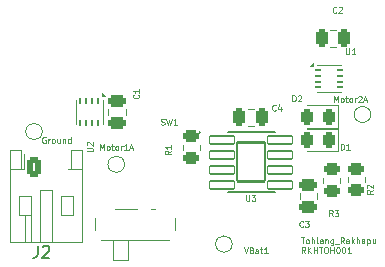
<source format=gbr>
%TF.GenerationSoftware,KiCad,Pcbnew,7.0.10-7.0.10~ubuntu22.04.1*%
%TF.CreationDate,2024-03-25T00:06:17+02:00*%
%TF.ProjectId,Power_Sub,506f7765-725f-4537-9562-2e6b69636164,rev?*%
%TF.SameCoordinates,Original*%
%TF.FileFunction,Legend,Top*%
%TF.FilePolarity,Positive*%
%FSLAX46Y46*%
G04 Gerber Fmt 4.6, Leading zero omitted, Abs format (unit mm)*
G04 Created by KiCad (PCBNEW 7.0.10-7.0.10~ubuntu22.04.1) date 2024-03-25 00:06:17*
%MOMM*%
%LPD*%
G01*
G04 APERTURE LIST*
G04 Aperture macros list*
%AMRoundRect*
0 Rectangle with rounded corners*
0 $1 Rounding radius*
0 $2 $3 $4 $5 $6 $7 $8 $9 X,Y pos of 4 corners*
0 Add a 4 corners polygon primitive as box body*
4,1,4,$2,$3,$4,$5,$6,$7,$8,$9,$2,$3,0*
0 Add four circle primitives for the rounded corners*
1,1,$1+$1,$2,$3*
1,1,$1+$1,$4,$5*
1,1,$1+$1,$6,$7*
1,1,$1+$1,$8,$9*
0 Add four rect primitives between the rounded corners*
20,1,$1+$1,$2,$3,$4,$5,0*
20,1,$1+$1,$4,$5,$6,$7,0*
20,1,$1+$1,$6,$7,$8,$9,0*
20,1,$1+$1,$8,$9,$2,$3,0*%
G04 Aperture macros list end*
%ADD10C,0.100000*%
%ADD11C,0.050000*%
%ADD12C,0.150000*%
%ADD13C,0.120000*%
%ADD14C,0.127000*%
%ADD15C,0.200000*%
%ADD16RoundRect,0.243750X0.243750X0.456250X-0.243750X0.456250X-0.243750X-0.456250X0.243750X-0.456250X0*%
%ADD17RoundRect,0.062500X-0.062500X0.187500X-0.062500X-0.187500X0.062500X-0.187500X0.062500X0.187500X0*%
%ADD18R,1.600000X0.900000*%
%ADD19RoundRect,0.062500X-0.187500X-0.062500X0.187500X-0.062500X0.187500X0.062500X-0.187500X0.062500X0*%
%ADD20R,0.900000X1.600000*%
%ADD21RoundRect,0.250000X-0.475000X0.250000X-0.475000X-0.250000X0.475000X-0.250000X0.475000X0.250000X0*%
%ADD22RoundRect,0.250000X-0.350000X-0.625000X0.350000X-0.625000X0.350000X0.625000X-0.350000X0.625000X0*%
%ADD23O,1.200000X1.750000*%
%ADD24R,0.900000X1.400000*%
%ADD25R,0.750000X0.850000*%
%ADD26RoundRect,0.056280X-1.030720X-0.345720X1.030720X-0.345720X1.030720X0.345720X-1.030720X0.345720X0*%
%ADD27RoundRect,0.102000X-1.206500X-1.651000X1.206500X-1.651000X1.206500X1.651000X-1.206500X1.651000X0*%
%ADD28C,1.000000*%
%ADD29RoundRect,0.250000X-0.250000X-0.475000X0.250000X-0.475000X0.250000X0.475000X-0.250000X0.475000X0*%
%ADD30RoundRect,0.250000X0.450000X-0.262500X0.450000X0.262500X-0.450000X0.262500X-0.450000X-0.262500X0*%
%ADD31RoundRect,0.250000X0.250000X0.475000X-0.250000X0.475000X-0.250000X-0.475000X0.250000X-0.475000X0*%
%ADD32R,1.700000X1.700000*%
%ADD33O,1.700000X1.700000*%
G04 APERTURE END LIST*
D10*
X93864808Y-56007209D02*
X94150522Y-56007209D01*
X94007665Y-56507209D02*
X94007665Y-56007209D01*
X94388617Y-56507209D02*
X94340998Y-56483400D01*
X94340998Y-56483400D02*
X94317188Y-56459590D01*
X94317188Y-56459590D02*
X94293379Y-56411971D01*
X94293379Y-56411971D02*
X94293379Y-56269114D01*
X94293379Y-56269114D02*
X94317188Y-56221495D01*
X94317188Y-56221495D02*
X94340998Y-56197685D01*
X94340998Y-56197685D02*
X94388617Y-56173876D01*
X94388617Y-56173876D02*
X94460045Y-56173876D01*
X94460045Y-56173876D02*
X94507664Y-56197685D01*
X94507664Y-56197685D02*
X94531474Y-56221495D01*
X94531474Y-56221495D02*
X94555283Y-56269114D01*
X94555283Y-56269114D02*
X94555283Y-56411971D01*
X94555283Y-56411971D02*
X94531474Y-56459590D01*
X94531474Y-56459590D02*
X94507664Y-56483400D01*
X94507664Y-56483400D02*
X94460045Y-56507209D01*
X94460045Y-56507209D02*
X94388617Y-56507209D01*
X94769569Y-56507209D02*
X94769569Y-56007209D01*
X94983855Y-56507209D02*
X94983855Y-56245304D01*
X94983855Y-56245304D02*
X94960045Y-56197685D01*
X94960045Y-56197685D02*
X94912426Y-56173876D01*
X94912426Y-56173876D02*
X94840998Y-56173876D01*
X94840998Y-56173876D02*
X94793379Y-56197685D01*
X94793379Y-56197685D02*
X94769569Y-56221495D01*
X95293379Y-56507209D02*
X95245760Y-56483400D01*
X95245760Y-56483400D02*
X95221950Y-56435780D01*
X95221950Y-56435780D02*
X95221950Y-56007209D01*
X95698141Y-56507209D02*
X95698141Y-56245304D01*
X95698141Y-56245304D02*
X95674331Y-56197685D01*
X95674331Y-56197685D02*
X95626712Y-56173876D01*
X95626712Y-56173876D02*
X95531474Y-56173876D01*
X95531474Y-56173876D02*
X95483855Y-56197685D01*
X95698141Y-56483400D02*
X95650522Y-56507209D01*
X95650522Y-56507209D02*
X95531474Y-56507209D01*
X95531474Y-56507209D02*
X95483855Y-56483400D01*
X95483855Y-56483400D02*
X95460046Y-56435780D01*
X95460046Y-56435780D02*
X95460046Y-56388161D01*
X95460046Y-56388161D02*
X95483855Y-56340542D01*
X95483855Y-56340542D02*
X95531474Y-56316733D01*
X95531474Y-56316733D02*
X95650522Y-56316733D01*
X95650522Y-56316733D02*
X95698141Y-56292923D01*
X95936236Y-56173876D02*
X95936236Y-56507209D01*
X95936236Y-56221495D02*
X95960046Y-56197685D01*
X95960046Y-56197685D02*
X96007665Y-56173876D01*
X96007665Y-56173876D02*
X96079093Y-56173876D01*
X96079093Y-56173876D02*
X96126712Y-56197685D01*
X96126712Y-56197685D02*
X96150522Y-56245304D01*
X96150522Y-56245304D02*
X96150522Y-56507209D01*
X96602903Y-56173876D02*
X96602903Y-56578638D01*
X96602903Y-56578638D02*
X96579093Y-56626257D01*
X96579093Y-56626257D02*
X96555284Y-56650066D01*
X96555284Y-56650066D02*
X96507665Y-56673876D01*
X96507665Y-56673876D02*
X96436236Y-56673876D01*
X96436236Y-56673876D02*
X96388617Y-56650066D01*
X96602903Y-56483400D02*
X96555284Y-56507209D01*
X96555284Y-56507209D02*
X96460046Y-56507209D01*
X96460046Y-56507209D02*
X96412427Y-56483400D01*
X96412427Y-56483400D02*
X96388617Y-56459590D01*
X96388617Y-56459590D02*
X96364808Y-56411971D01*
X96364808Y-56411971D02*
X96364808Y-56269114D01*
X96364808Y-56269114D02*
X96388617Y-56221495D01*
X96388617Y-56221495D02*
X96412427Y-56197685D01*
X96412427Y-56197685D02*
X96460046Y-56173876D01*
X96460046Y-56173876D02*
X96555284Y-56173876D01*
X96555284Y-56173876D02*
X96602903Y-56197685D01*
X96721951Y-56554828D02*
X97102903Y-56554828D01*
X97507664Y-56507209D02*
X97340998Y-56269114D01*
X97221950Y-56507209D02*
X97221950Y-56007209D01*
X97221950Y-56007209D02*
X97412426Y-56007209D01*
X97412426Y-56007209D02*
X97460045Y-56031019D01*
X97460045Y-56031019D02*
X97483855Y-56054828D01*
X97483855Y-56054828D02*
X97507664Y-56102447D01*
X97507664Y-56102447D02*
X97507664Y-56173876D01*
X97507664Y-56173876D02*
X97483855Y-56221495D01*
X97483855Y-56221495D02*
X97460045Y-56245304D01*
X97460045Y-56245304D02*
X97412426Y-56269114D01*
X97412426Y-56269114D02*
X97221950Y-56269114D01*
X97936236Y-56507209D02*
X97936236Y-56245304D01*
X97936236Y-56245304D02*
X97912426Y-56197685D01*
X97912426Y-56197685D02*
X97864807Y-56173876D01*
X97864807Y-56173876D02*
X97769569Y-56173876D01*
X97769569Y-56173876D02*
X97721950Y-56197685D01*
X97936236Y-56483400D02*
X97888617Y-56507209D01*
X97888617Y-56507209D02*
X97769569Y-56507209D01*
X97769569Y-56507209D02*
X97721950Y-56483400D01*
X97721950Y-56483400D02*
X97698141Y-56435780D01*
X97698141Y-56435780D02*
X97698141Y-56388161D01*
X97698141Y-56388161D02*
X97721950Y-56340542D01*
X97721950Y-56340542D02*
X97769569Y-56316733D01*
X97769569Y-56316733D02*
X97888617Y-56316733D01*
X97888617Y-56316733D02*
X97936236Y-56292923D01*
X98174331Y-56507209D02*
X98174331Y-56007209D01*
X98221950Y-56316733D02*
X98364807Y-56507209D01*
X98364807Y-56173876D02*
X98174331Y-56364352D01*
X98579093Y-56507209D02*
X98579093Y-56007209D01*
X98793379Y-56507209D02*
X98793379Y-56245304D01*
X98793379Y-56245304D02*
X98769569Y-56197685D01*
X98769569Y-56197685D02*
X98721950Y-56173876D01*
X98721950Y-56173876D02*
X98650522Y-56173876D01*
X98650522Y-56173876D02*
X98602903Y-56197685D01*
X98602903Y-56197685D02*
X98579093Y-56221495D01*
X99245760Y-56507209D02*
X99245760Y-56245304D01*
X99245760Y-56245304D02*
X99221950Y-56197685D01*
X99221950Y-56197685D02*
X99174331Y-56173876D01*
X99174331Y-56173876D02*
X99079093Y-56173876D01*
X99079093Y-56173876D02*
X99031474Y-56197685D01*
X99245760Y-56483400D02*
X99198141Y-56507209D01*
X99198141Y-56507209D02*
X99079093Y-56507209D01*
X99079093Y-56507209D02*
X99031474Y-56483400D01*
X99031474Y-56483400D02*
X99007665Y-56435780D01*
X99007665Y-56435780D02*
X99007665Y-56388161D01*
X99007665Y-56388161D02*
X99031474Y-56340542D01*
X99031474Y-56340542D02*
X99079093Y-56316733D01*
X99079093Y-56316733D02*
X99198141Y-56316733D01*
X99198141Y-56316733D02*
X99245760Y-56292923D01*
X99483855Y-56173876D02*
X99483855Y-56673876D01*
X99483855Y-56197685D02*
X99531474Y-56173876D01*
X99531474Y-56173876D02*
X99626712Y-56173876D01*
X99626712Y-56173876D02*
X99674331Y-56197685D01*
X99674331Y-56197685D02*
X99698141Y-56221495D01*
X99698141Y-56221495D02*
X99721950Y-56269114D01*
X99721950Y-56269114D02*
X99721950Y-56411971D01*
X99721950Y-56411971D02*
X99698141Y-56459590D01*
X99698141Y-56459590D02*
X99674331Y-56483400D01*
X99674331Y-56483400D02*
X99626712Y-56507209D01*
X99626712Y-56507209D02*
X99531474Y-56507209D01*
X99531474Y-56507209D02*
X99483855Y-56483400D01*
X100150522Y-56173876D02*
X100150522Y-56507209D01*
X99936236Y-56173876D02*
X99936236Y-56435780D01*
X99936236Y-56435780D02*
X99960046Y-56483400D01*
X99960046Y-56483400D02*
X100007665Y-56507209D01*
X100007665Y-56507209D02*
X100079093Y-56507209D01*
X100079093Y-56507209D02*
X100126712Y-56483400D01*
X100126712Y-56483400D02*
X100150522Y-56459590D01*
X94221950Y-57312209D02*
X94055284Y-57074114D01*
X93936236Y-57312209D02*
X93936236Y-56812209D01*
X93936236Y-56812209D02*
X94126712Y-56812209D01*
X94126712Y-56812209D02*
X94174331Y-56836019D01*
X94174331Y-56836019D02*
X94198141Y-56859828D01*
X94198141Y-56859828D02*
X94221950Y-56907447D01*
X94221950Y-56907447D02*
X94221950Y-56978876D01*
X94221950Y-56978876D02*
X94198141Y-57026495D01*
X94198141Y-57026495D02*
X94174331Y-57050304D01*
X94174331Y-57050304D02*
X94126712Y-57074114D01*
X94126712Y-57074114D02*
X93936236Y-57074114D01*
X94436236Y-57312209D02*
X94436236Y-56812209D01*
X94721950Y-57312209D02*
X94507665Y-57026495D01*
X94721950Y-56812209D02*
X94436236Y-57097923D01*
X94936236Y-57312209D02*
X94936236Y-56812209D01*
X94936236Y-57050304D02*
X95221950Y-57050304D01*
X95221950Y-57312209D02*
X95221950Y-56812209D01*
X95388618Y-56812209D02*
X95674332Y-56812209D01*
X95531475Y-57312209D02*
X95531475Y-56812209D01*
X95936236Y-56812209D02*
X96031474Y-56812209D01*
X96031474Y-56812209D02*
X96079093Y-56836019D01*
X96079093Y-56836019D02*
X96126712Y-56883638D01*
X96126712Y-56883638D02*
X96150522Y-56978876D01*
X96150522Y-56978876D02*
X96150522Y-57145542D01*
X96150522Y-57145542D02*
X96126712Y-57240780D01*
X96126712Y-57240780D02*
X96079093Y-57288400D01*
X96079093Y-57288400D02*
X96031474Y-57312209D01*
X96031474Y-57312209D02*
X95936236Y-57312209D01*
X95936236Y-57312209D02*
X95888617Y-57288400D01*
X95888617Y-57288400D02*
X95840998Y-57240780D01*
X95840998Y-57240780D02*
X95817189Y-57145542D01*
X95817189Y-57145542D02*
X95817189Y-56978876D01*
X95817189Y-56978876D02*
X95840998Y-56883638D01*
X95840998Y-56883638D02*
X95888617Y-56836019D01*
X95888617Y-56836019D02*
X95936236Y-56812209D01*
X96364808Y-57312209D02*
X96364808Y-56812209D01*
X96364808Y-57050304D02*
X96650522Y-57050304D01*
X96650522Y-57312209D02*
X96650522Y-56812209D01*
X96983856Y-56812209D02*
X97031475Y-56812209D01*
X97031475Y-56812209D02*
X97079094Y-56836019D01*
X97079094Y-56836019D02*
X97102904Y-56859828D01*
X97102904Y-56859828D02*
X97126713Y-56907447D01*
X97126713Y-56907447D02*
X97150523Y-57002685D01*
X97150523Y-57002685D02*
X97150523Y-57121733D01*
X97150523Y-57121733D02*
X97126713Y-57216971D01*
X97126713Y-57216971D02*
X97102904Y-57264590D01*
X97102904Y-57264590D02*
X97079094Y-57288400D01*
X97079094Y-57288400D02*
X97031475Y-57312209D01*
X97031475Y-57312209D02*
X96983856Y-57312209D01*
X96983856Y-57312209D02*
X96936237Y-57288400D01*
X96936237Y-57288400D02*
X96912428Y-57264590D01*
X96912428Y-57264590D02*
X96888618Y-57216971D01*
X96888618Y-57216971D02*
X96864809Y-57121733D01*
X96864809Y-57121733D02*
X96864809Y-57002685D01*
X96864809Y-57002685D02*
X96888618Y-56907447D01*
X96888618Y-56907447D02*
X96912428Y-56859828D01*
X96912428Y-56859828D02*
X96936237Y-56836019D01*
X96936237Y-56836019D02*
X96983856Y-56812209D01*
X97460046Y-56812209D02*
X97507665Y-56812209D01*
X97507665Y-56812209D02*
X97555284Y-56836019D01*
X97555284Y-56836019D02*
X97579094Y-56859828D01*
X97579094Y-56859828D02*
X97602903Y-56907447D01*
X97602903Y-56907447D02*
X97626713Y-57002685D01*
X97626713Y-57002685D02*
X97626713Y-57121733D01*
X97626713Y-57121733D02*
X97602903Y-57216971D01*
X97602903Y-57216971D02*
X97579094Y-57264590D01*
X97579094Y-57264590D02*
X97555284Y-57288400D01*
X97555284Y-57288400D02*
X97507665Y-57312209D01*
X97507665Y-57312209D02*
X97460046Y-57312209D01*
X97460046Y-57312209D02*
X97412427Y-57288400D01*
X97412427Y-57288400D02*
X97388618Y-57264590D01*
X97388618Y-57264590D02*
X97364808Y-57216971D01*
X97364808Y-57216971D02*
X97340999Y-57121733D01*
X97340999Y-57121733D02*
X97340999Y-57002685D01*
X97340999Y-57002685D02*
X97364808Y-56907447D01*
X97364808Y-56907447D02*
X97388618Y-56859828D01*
X97388618Y-56859828D02*
X97412427Y-56836019D01*
X97412427Y-56836019D02*
X97460046Y-56812209D01*
X98102903Y-57312209D02*
X97817189Y-57312209D01*
X97960046Y-57312209D02*
X97960046Y-56812209D01*
X97960046Y-56812209D02*
X97912427Y-56883638D01*
X97912427Y-56883638D02*
X97864808Y-56931257D01*
X97864808Y-56931257D02*
X97817189Y-56955066D01*
D11*
X93153752Y-44475509D02*
X93153752Y-43975509D01*
X93153752Y-43975509D02*
X93272800Y-43975509D01*
X93272800Y-43975509D02*
X93344228Y-43999319D01*
X93344228Y-43999319D02*
X93391847Y-44046938D01*
X93391847Y-44046938D02*
X93415657Y-44094557D01*
X93415657Y-44094557D02*
X93439466Y-44189795D01*
X93439466Y-44189795D02*
X93439466Y-44261223D01*
X93439466Y-44261223D02*
X93415657Y-44356461D01*
X93415657Y-44356461D02*
X93391847Y-44404080D01*
X93391847Y-44404080D02*
X93344228Y-44451700D01*
X93344228Y-44451700D02*
X93272800Y-44475509D01*
X93272800Y-44475509D02*
X93153752Y-44475509D01*
X93629943Y-44023128D02*
X93653752Y-43999319D01*
X93653752Y-43999319D02*
X93701371Y-43975509D01*
X93701371Y-43975509D02*
X93820419Y-43975509D01*
X93820419Y-43975509D02*
X93868038Y-43999319D01*
X93868038Y-43999319D02*
X93891847Y-44023128D01*
X93891847Y-44023128D02*
X93915657Y-44070747D01*
X93915657Y-44070747D02*
X93915657Y-44118366D01*
X93915657Y-44118366D02*
X93891847Y-44189795D01*
X93891847Y-44189795D02*
X93606133Y-44475509D01*
X93606133Y-44475509D02*
X93915657Y-44475509D01*
X75750909Y-48717152D02*
X76155671Y-48717152D01*
X76155671Y-48717152D02*
X76203290Y-48693342D01*
X76203290Y-48693342D02*
X76227100Y-48669533D01*
X76227100Y-48669533D02*
X76250909Y-48621914D01*
X76250909Y-48621914D02*
X76250909Y-48526676D01*
X76250909Y-48526676D02*
X76227100Y-48479057D01*
X76227100Y-48479057D02*
X76203290Y-48455247D01*
X76203290Y-48455247D02*
X76155671Y-48431438D01*
X76155671Y-48431438D02*
X75750909Y-48431438D01*
X75798528Y-48217151D02*
X75774719Y-48193342D01*
X75774719Y-48193342D02*
X75750909Y-48145723D01*
X75750909Y-48145723D02*
X75750909Y-48026675D01*
X75750909Y-48026675D02*
X75774719Y-47979056D01*
X75774719Y-47979056D02*
X75798528Y-47955247D01*
X75798528Y-47955247D02*
X75846147Y-47931437D01*
X75846147Y-47931437D02*
X75893766Y-47931437D01*
X75893766Y-47931437D02*
X75965195Y-47955247D01*
X75965195Y-47955247D02*
X76250909Y-48240961D01*
X76250909Y-48240961D02*
X76250909Y-47931437D01*
X97688447Y-39987709D02*
X97688447Y-40392471D01*
X97688447Y-40392471D02*
X97712257Y-40440090D01*
X97712257Y-40440090D02*
X97736066Y-40463900D01*
X97736066Y-40463900D02*
X97783685Y-40487709D01*
X97783685Y-40487709D02*
X97878923Y-40487709D01*
X97878923Y-40487709D02*
X97926542Y-40463900D01*
X97926542Y-40463900D02*
X97950352Y-40440090D01*
X97950352Y-40440090D02*
X97974161Y-40392471D01*
X97974161Y-40392471D02*
X97974161Y-39987709D01*
X98474162Y-40487709D02*
X98188448Y-40487709D01*
X98331305Y-40487709D02*
X98331305Y-39987709D01*
X98331305Y-39987709D02*
X98283686Y-40059138D01*
X98283686Y-40059138D02*
X98236067Y-40106757D01*
X98236067Y-40106757D02*
X98188448Y-40130566D01*
X80114890Y-43923733D02*
X80138700Y-43947542D01*
X80138700Y-43947542D02*
X80162509Y-44018971D01*
X80162509Y-44018971D02*
X80162509Y-44066590D01*
X80162509Y-44066590D02*
X80138700Y-44138018D01*
X80138700Y-44138018D02*
X80091080Y-44185637D01*
X80091080Y-44185637D02*
X80043461Y-44209447D01*
X80043461Y-44209447D02*
X79948223Y-44233256D01*
X79948223Y-44233256D02*
X79876795Y-44233256D01*
X79876795Y-44233256D02*
X79781557Y-44209447D01*
X79781557Y-44209447D02*
X79733938Y-44185637D01*
X79733938Y-44185637D02*
X79686319Y-44138018D01*
X79686319Y-44138018D02*
X79662509Y-44066590D01*
X79662509Y-44066590D02*
X79662509Y-44018971D01*
X79662509Y-44018971D02*
X79686319Y-43947542D01*
X79686319Y-43947542D02*
X79710128Y-43923733D01*
X80162509Y-43447542D02*
X80162509Y-43733256D01*
X80162509Y-43590399D02*
X79662509Y-43590399D01*
X79662509Y-43590399D02*
X79733938Y-43638018D01*
X79733938Y-43638018D02*
X79781557Y-43685637D01*
X79781557Y-43685637D02*
X79805366Y-43733256D01*
D12*
X71574066Y-56706419D02*
X71574066Y-57420704D01*
X71574066Y-57420704D02*
X71526447Y-57563561D01*
X71526447Y-57563561D02*
X71431209Y-57658800D01*
X71431209Y-57658800D02*
X71288352Y-57706419D01*
X71288352Y-57706419D02*
X71193114Y-57706419D01*
X72002638Y-56801657D02*
X72050257Y-56754038D01*
X72050257Y-56754038D02*
X72145495Y-56706419D01*
X72145495Y-56706419D02*
X72383590Y-56706419D01*
X72383590Y-56706419D02*
X72478828Y-56754038D01*
X72478828Y-56754038D02*
X72526447Y-56801657D01*
X72526447Y-56801657D02*
X72574066Y-56896895D01*
X72574066Y-56896895D02*
X72574066Y-56992133D01*
X72574066Y-56992133D02*
X72526447Y-57134990D01*
X72526447Y-57134990D02*
X71955019Y-57706419D01*
X71955019Y-57706419D02*
X72574066Y-57706419D01*
D11*
X82035734Y-46432900D02*
X82107162Y-46456709D01*
X82107162Y-46456709D02*
X82226210Y-46456709D01*
X82226210Y-46456709D02*
X82273829Y-46432900D01*
X82273829Y-46432900D02*
X82297638Y-46409090D01*
X82297638Y-46409090D02*
X82321448Y-46361471D01*
X82321448Y-46361471D02*
X82321448Y-46313852D01*
X82321448Y-46313852D02*
X82297638Y-46266233D01*
X82297638Y-46266233D02*
X82273829Y-46242423D01*
X82273829Y-46242423D02*
X82226210Y-46218614D01*
X82226210Y-46218614D02*
X82130972Y-46194804D01*
X82130972Y-46194804D02*
X82083353Y-46170995D01*
X82083353Y-46170995D02*
X82059543Y-46147185D01*
X82059543Y-46147185D02*
X82035734Y-46099566D01*
X82035734Y-46099566D02*
X82035734Y-46051947D01*
X82035734Y-46051947D02*
X82059543Y-46004328D01*
X82059543Y-46004328D02*
X82083353Y-45980519D01*
X82083353Y-45980519D02*
X82130972Y-45956709D01*
X82130972Y-45956709D02*
X82250019Y-45956709D01*
X82250019Y-45956709D02*
X82321448Y-45980519D01*
X82488114Y-45956709D02*
X82607162Y-46456709D01*
X82607162Y-46456709D02*
X82702400Y-46099566D01*
X82702400Y-46099566D02*
X82797638Y-46456709D01*
X82797638Y-46456709D02*
X82916686Y-45956709D01*
X83369067Y-46456709D02*
X83083353Y-46456709D01*
X83226210Y-46456709D02*
X83226210Y-45956709D01*
X83226210Y-45956709D02*
X83178591Y-46028138D01*
X83178591Y-46028138D02*
X83130972Y-46075757D01*
X83130972Y-46075757D02*
X83083353Y-46099566D01*
X89230247Y-52408309D02*
X89230247Y-52813071D01*
X89230247Y-52813071D02*
X89254057Y-52860690D01*
X89254057Y-52860690D02*
X89277866Y-52884500D01*
X89277866Y-52884500D02*
X89325485Y-52908309D01*
X89325485Y-52908309D02*
X89420723Y-52908309D01*
X89420723Y-52908309D02*
X89468342Y-52884500D01*
X89468342Y-52884500D02*
X89492152Y-52860690D01*
X89492152Y-52860690D02*
X89515961Y-52813071D01*
X89515961Y-52813071D02*
X89515961Y-52408309D01*
X89706438Y-52408309D02*
X90015962Y-52408309D01*
X90015962Y-52408309D02*
X89849295Y-52598785D01*
X89849295Y-52598785D02*
X89920724Y-52598785D01*
X89920724Y-52598785D02*
X89968343Y-52622595D01*
X89968343Y-52622595D02*
X89992152Y-52646404D01*
X89992152Y-52646404D02*
X90015962Y-52694023D01*
X90015962Y-52694023D02*
X90015962Y-52813071D01*
X90015962Y-52813071D02*
X89992152Y-52860690D01*
X89992152Y-52860690D02*
X89968343Y-52884500D01*
X89968343Y-52884500D02*
X89920724Y-52908309D01*
X89920724Y-52908309D02*
X89777867Y-52908309D01*
X89777867Y-52908309D02*
X89730248Y-52884500D01*
X89730248Y-52884500D02*
X89706438Y-52860690D01*
X76862952Y-48590109D02*
X76862952Y-48090109D01*
X76862952Y-48090109D02*
X77029619Y-48447252D01*
X77029619Y-48447252D02*
X77196285Y-48090109D01*
X77196285Y-48090109D02*
X77196285Y-48590109D01*
X77505810Y-48590109D02*
X77458191Y-48566300D01*
X77458191Y-48566300D02*
X77434381Y-48542490D01*
X77434381Y-48542490D02*
X77410572Y-48494871D01*
X77410572Y-48494871D02*
X77410572Y-48352014D01*
X77410572Y-48352014D02*
X77434381Y-48304395D01*
X77434381Y-48304395D02*
X77458191Y-48280585D01*
X77458191Y-48280585D02*
X77505810Y-48256776D01*
X77505810Y-48256776D02*
X77577238Y-48256776D01*
X77577238Y-48256776D02*
X77624857Y-48280585D01*
X77624857Y-48280585D02*
X77648667Y-48304395D01*
X77648667Y-48304395D02*
X77672476Y-48352014D01*
X77672476Y-48352014D02*
X77672476Y-48494871D01*
X77672476Y-48494871D02*
X77648667Y-48542490D01*
X77648667Y-48542490D02*
X77624857Y-48566300D01*
X77624857Y-48566300D02*
X77577238Y-48590109D01*
X77577238Y-48590109D02*
X77505810Y-48590109D01*
X77815334Y-48256776D02*
X78005810Y-48256776D01*
X77886762Y-48090109D02*
X77886762Y-48518680D01*
X77886762Y-48518680D02*
X77910572Y-48566300D01*
X77910572Y-48566300D02*
X77958191Y-48590109D01*
X77958191Y-48590109D02*
X78005810Y-48590109D01*
X78243905Y-48590109D02*
X78196286Y-48566300D01*
X78196286Y-48566300D02*
X78172476Y-48542490D01*
X78172476Y-48542490D02*
X78148667Y-48494871D01*
X78148667Y-48494871D02*
X78148667Y-48352014D01*
X78148667Y-48352014D02*
X78172476Y-48304395D01*
X78172476Y-48304395D02*
X78196286Y-48280585D01*
X78196286Y-48280585D02*
X78243905Y-48256776D01*
X78243905Y-48256776D02*
X78315333Y-48256776D01*
X78315333Y-48256776D02*
X78362952Y-48280585D01*
X78362952Y-48280585D02*
X78386762Y-48304395D01*
X78386762Y-48304395D02*
X78410571Y-48352014D01*
X78410571Y-48352014D02*
X78410571Y-48494871D01*
X78410571Y-48494871D02*
X78386762Y-48542490D01*
X78386762Y-48542490D02*
X78362952Y-48566300D01*
X78362952Y-48566300D02*
X78315333Y-48590109D01*
X78315333Y-48590109D02*
X78243905Y-48590109D01*
X78624857Y-48590109D02*
X78624857Y-48256776D01*
X78624857Y-48352014D02*
X78648667Y-48304395D01*
X78648667Y-48304395D02*
X78672476Y-48280585D01*
X78672476Y-48280585D02*
X78720095Y-48256776D01*
X78720095Y-48256776D02*
X78767714Y-48256776D01*
X79196286Y-48590109D02*
X78910572Y-48590109D01*
X79053429Y-48590109D02*
X79053429Y-48090109D01*
X79053429Y-48090109D02*
X79005810Y-48161538D01*
X79005810Y-48161538D02*
X78958191Y-48209157D01*
X78958191Y-48209157D02*
X78910572Y-48232966D01*
X79386762Y-48447252D02*
X79624857Y-48447252D01*
X79339143Y-48590109D02*
X79505809Y-48090109D01*
X79505809Y-48090109D02*
X79672476Y-48590109D01*
X96868466Y-36934890D02*
X96844657Y-36958700D01*
X96844657Y-36958700D02*
X96773228Y-36982509D01*
X96773228Y-36982509D02*
X96725609Y-36982509D01*
X96725609Y-36982509D02*
X96654181Y-36958700D01*
X96654181Y-36958700D02*
X96606562Y-36911080D01*
X96606562Y-36911080D02*
X96582752Y-36863461D01*
X96582752Y-36863461D02*
X96558943Y-36768223D01*
X96558943Y-36768223D02*
X96558943Y-36696795D01*
X96558943Y-36696795D02*
X96582752Y-36601557D01*
X96582752Y-36601557D02*
X96606562Y-36553938D01*
X96606562Y-36553938D02*
X96654181Y-36506319D01*
X96654181Y-36506319D02*
X96725609Y-36482509D01*
X96725609Y-36482509D02*
X96773228Y-36482509D01*
X96773228Y-36482509D02*
X96844657Y-36506319D01*
X96844657Y-36506319D02*
X96868466Y-36530128D01*
X97058943Y-36530128D02*
X97082752Y-36506319D01*
X97082752Y-36506319D02*
X97130371Y-36482509D01*
X97130371Y-36482509D02*
X97249419Y-36482509D01*
X97249419Y-36482509D02*
X97297038Y-36506319D01*
X97297038Y-36506319D02*
X97320847Y-36530128D01*
X97320847Y-36530128D02*
X97344657Y-36577747D01*
X97344657Y-36577747D02*
X97344657Y-36625366D01*
X97344657Y-36625366D02*
X97320847Y-36696795D01*
X97320847Y-36696795D02*
X97035133Y-36982509D01*
X97035133Y-36982509D02*
X97344657Y-36982509D01*
X82880309Y-48673533D02*
X82642214Y-48840199D01*
X82880309Y-48959247D02*
X82380309Y-48959247D01*
X82380309Y-48959247D02*
X82380309Y-48768771D01*
X82380309Y-48768771D02*
X82404119Y-48721152D01*
X82404119Y-48721152D02*
X82427928Y-48697342D01*
X82427928Y-48697342D02*
X82475547Y-48673533D01*
X82475547Y-48673533D02*
X82546976Y-48673533D01*
X82546976Y-48673533D02*
X82594595Y-48697342D01*
X82594595Y-48697342D02*
X82618404Y-48721152D01*
X82618404Y-48721152D02*
X82642214Y-48768771D01*
X82642214Y-48768771D02*
X82642214Y-48959247D01*
X82880309Y-48197342D02*
X82880309Y-48483056D01*
X82880309Y-48340199D02*
X82380309Y-48340199D01*
X82380309Y-48340199D02*
X82451738Y-48387818D01*
X82451738Y-48387818D02*
X82499357Y-48435437D01*
X82499357Y-48435437D02*
X82523166Y-48483056D01*
X91737666Y-45215290D02*
X91713857Y-45239100D01*
X91713857Y-45239100D02*
X91642428Y-45262909D01*
X91642428Y-45262909D02*
X91594809Y-45262909D01*
X91594809Y-45262909D02*
X91523381Y-45239100D01*
X91523381Y-45239100D02*
X91475762Y-45191480D01*
X91475762Y-45191480D02*
X91451952Y-45143861D01*
X91451952Y-45143861D02*
X91428143Y-45048623D01*
X91428143Y-45048623D02*
X91428143Y-44977195D01*
X91428143Y-44977195D02*
X91451952Y-44881957D01*
X91451952Y-44881957D02*
X91475762Y-44834338D01*
X91475762Y-44834338D02*
X91523381Y-44786719D01*
X91523381Y-44786719D02*
X91594809Y-44762909D01*
X91594809Y-44762909D02*
X91642428Y-44762909D01*
X91642428Y-44762909D02*
X91713857Y-44786719D01*
X91713857Y-44786719D02*
X91737666Y-44810528D01*
X92166238Y-44929576D02*
X92166238Y-45262909D01*
X92047190Y-44739100D02*
X91928143Y-45096242D01*
X91928143Y-45096242D02*
X92237666Y-45096242D01*
X94049066Y-55070490D02*
X94025257Y-55094300D01*
X94025257Y-55094300D02*
X93953828Y-55118109D01*
X93953828Y-55118109D02*
X93906209Y-55118109D01*
X93906209Y-55118109D02*
X93834781Y-55094300D01*
X93834781Y-55094300D02*
X93787162Y-55046680D01*
X93787162Y-55046680D02*
X93763352Y-54999061D01*
X93763352Y-54999061D02*
X93739543Y-54903823D01*
X93739543Y-54903823D02*
X93739543Y-54832395D01*
X93739543Y-54832395D02*
X93763352Y-54737157D01*
X93763352Y-54737157D02*
X93787162Y-54689538D01*
X93787162Y-54689538D02*
X93834781Y-54641919D01*
X93834781Y-54641919D02*
X93906209Y-54618109D01*
X93906209Y-54618109D02*
X93953828Y-54618109D01*
X93953828Y-54618109D02*
X94025257Y-54641919D01*
X94025257Y-54641919D02*
X94049066Y-54665728D01*
X94215733Y-54618109D02*
X94525257Y-54618109D01*
X94525257Y-54618109D02*
X94358590Y-54808585D01*
X94358590Y-54808585D02*
X94430019Y-54808585D01*
X94430019Y-54808585D02*
X94477638Y-54832395D01*
X94477638Y-54832395D02*
X94501447Y-54856204D01*
X94501447Y-54856204D02*
X94525257Y-54903823D01*
X94525257Y-54903823D02*
X94525257Y-55022871D01*
X94525257Y-55022871D02*
X94501447Y-55070490D01*
X94501447Y-55070490D02*
X94477638Y-55094300D01*
X94477638Y-55094300D02*
X94430019Y-55118109D01*
X94430019Y-55118109D02*
X94287162Y-55118109D01*
X94287162Y-55118109D02*
X94239543Y-55094300D01*
X94239543Y-55094300D02*
X94215733Y-55070490D01*
X72248828Y-47529919D02*
X72201209Y-47506109D01*
X72201209Y-47506109D02*
X72129780Y-47506109D01*
X72129780Y-47506109D02*
X72058352Y-47529919D01*
X72058352Y-47529919D02*
X72010733Y-47577538D01*
X72010733Y-47577538D02*
X71986923Y-47625157D01*
X71986923Y-47625157D02*
X71963114Y-47720395D01*
X71963114Y-47720395D02*
X71963114Y-47791823D01*
X71963114Y-47791823D02*
X71986923Y-47887061D01*
X71986923Y-47887061D02*
X72010733Y-47934680D01*
X72010733Y-47934680D02*
X72058352Y-47982300D01*
X72058352Y-47982300D02*
X72129780Y-48006109D01*
X72129780Y-48006109D02*
X72177399Y-48006109D01*
X72177399Y-48006109D02*
X72248828Y-47982300D01*
X72248828Y-47982300D02*
X72272637Y-47958490D01*
X72272637Y-47958490D02*
X72272637Y-47791823D01*
X72272637Y-47791823D02*
X72177399Y-47791823D01*
X72486923Y-48006109D02*
X72486923Y-47672776D01*
X72486923Y-47768014D02*
X72510733Y-47720395D01*
X72510733Y-47720395D02*
X72534542Y-47696585D01*
X72534542Y-47696585D02*
X72582161Y-47672776D01*
X72582161Y-47672776D02*
X72629780Y-47672776D01*
X72867876Y-48006109D02*
X72820257Y-47982300D01*
X72820257Y-47982300D02*
X72796447Y-47958490D01*
X72796447Y-47958490D02*
X72772638Y-47910871D01*
X72772638Y-47910871D02*
X72772638Y-47768014D01*
X72772638Y-47768014D02*
X72796447Y-47720395D01*
X72796447Y-47720395D02*
X72820257Y-47696585D01*
X72820257Y-47696585D02*
X72867876Y-47672776D01*
X72867876Y-47672776D02*
X72939304Y-47672776D01*
X72939304Y-47672776D02*
X72986923Y-47696585D01*
X72986923Y-47696585D02*
X73010733Y-47720395D01*
X73010733Y-47720395D02*
X73034542Y-47768014D01*
X73034542Y-47768014D02*
X73034542Y-47910871D01*
X73034542Y-47910871D02*
X73010733Y-47958490D01*
X73010733Y-47958490D02*
X72986923Y-47982300D01*
X72986923Y-47982300D02*
X72939304Y-48006109D01*
X72939304Y-48006109D02*
X72867876Y-48006109D01*
X73463114Y-47672776D02*
X73463114Y-48006109D01*
X73248828Y-47672776D02*
X73248828Y-47934680D01*
X73248828Y-47934680D02*
X73272638Y-47982300D01*
X73272638Y-47982300D02*
X73320257Y-48006109D01*
X73320257Y-48006109D02*
X73391685Y-48006109D01*
X73391685Y-48006109D02*
X73439304Y-47982300D01*
X73439304Y-47982300D02*
X73463114Y-47958490D01*
X73701209Y-47672776D02*
X73701209Y-48006109D01*
X73701209Y-47720395D02*
X73725019Y-47696585D01*
X73725019Y-47696585D02*
X73772638Y-47672776D01*
X73772638Y-47672776D02*
X73844066Y-47672776D01*
X73844066Y-47672776D02*
X73891685Y-47696585D01*
X73891685Y-47696585D02*
X73915495Y-47744204D01*
X73915495Y-47744204D02*
X73915495Y-48006109D01*
X74367876Y-48006109D02*
X74367876Y-47506109D01*
X74367876Y-47982300D02*
X74320257Y-48006109D01*
X74320257Y-48006109D02*
X74225019Y-48006109D01*
X74225019Y-48006109D02*
X74177400Y-47982300D01*
X74177400Y-47982300D02*
X74153590Y-47958490D01*
X74153590Y-47958490D02*
X74129781Y-47910871D01*
X74129781Y-47910871D02*
X74129781Y-47768014D01*
X74129781Y-47768014D02*
X74153590Y-47720395D01*
X74153590Y-47720395D02*
X74177400Y-47696585D01*
X74177400Y-47696585D02*
X74225019Y-47672776D01*
X74225019Y-47672776D02*
X74320257Y-47672776D01*
X74320257Y-47672776D02*
X74367876Y-47696585D01*
X96563666Y-54203709D02*
X96397000Y-53965614D01*
X96277952Y-54203709D02*
X96277952Y-53703709D01*
X96277952Y-53703709D02*
X96468428Y-53703709D01*
X96468428Y-53703709D02*
X96516047Y-53727519D01*
X96516047Y-53727519D02*
X96539857Y-53751328D01*
X96539857Y-53751328D02*
X96563666Y-53798947D01*
X96563666Y-53798947D02*
X96563666Y-53870376D01*
X96563666Y-53870376D02*
X96539857Y-53917995D01*
X96539857Y-53917995D02*
X96516047Y-53941804D01*
X96516047Y-53941804D02*
X96468428Y-53965614D01*
X96468428Y-53965614D02*
X96277952Y-53965614D01*
X96730333Y-53703709D02*
X97039857Y-53703709D01*
X97039857Y-53703709D02*
X96873190Y-53894185D01*
X96873190Y-53894185D02*
X96944619Y-53894185D01*
X96944619Y-53894185D02*
X96992238Y-53917995D01*
X96992238Y-53917995D02*
X97016047Y-53941804D01*
X97016047Y-53941804D02*
X97039857Y-53989423D01*
X97039857Y-53989423D02*
X97039857Y-54108471D01*
X97039857Y-54108471D02*
X97016047Y-54156090D01*
X97016047Y-54156090D02*
X96992238Y-54179900D01*
X96992238Y-54179900D02*
X96944619Y-54203709D01*
X96944619Y-54203709D02*
X96801762Y-54203709D01*
X96801762Y-54203709D02*
X96754143Y-54179900D01*
X96754143Y-54179900D02*
X96730333Y-54156090D01*
X97243152Y-48564909D02*
X97243152Y-48064909D01*
X97243152Y-48064909D02*
X97362200Y-48064909D01*
X97362200Y-48064909D02*
X97433628Y-48088719D01*
X97433628Y-48088719D02*
X97481247Y-48136338D01*
X97481247Y-48136338D02*
X97505057Y-48183957D01*
X97505057Y-48183957D02*
X97528866Y-48279195D01*
X97528866Y-48279195D02*
X97528866Y-48350623D01*
X97528866Y-48350623D02*
X97505057Y-48445861D01*
X97505057Y-48445861D02*
X97481247Y-48493480D01*
X97481247Y-48493480D02*
X97433628Y-48541100D01*
X97433628Y-48541100D02*
X97362200Y-48564909D01*
X97362200Y-48564909D02*
X97243152Y-48564909D01*
X98005057Y-48564909D02*
X97719343Y-48564909D01*
X97862200Y-48564909D02*
X97862200Y-48064909D01*
X97862200Y-48064909D02*
X97814581Y-48136338D01*
X97814581Y-48136338D02*
X97766962Y-48183957D01*
X97766962Y-48183957D02*
X97719343Y-48207766D01*
X89044591Y-56853309D02*
X89211257Y-57353309D01*
X89211257Y-57353309D02*
X89377924Y-56853309D01*
X89711257Y-57091404D02*
X89782685Y-57115214D01*
X89782685Y-57115214D02*
X89806495Y-57139023D01*
X89806495Y-57139023D02*
X89830304Y-57186642D01*
X89830304Y-57186642D02*
X89830304Y-57258071D01*
X89830304Y-57258071D02*
X89806495Y-57305690D01*
X89806495Y-57305690D02*
X89782685Y-57329500D01*
X89782685Y-57329500D02*
X89735066Y-57353309D01*
X89735066Y-57353309D02*
X89544590Y-57353309D01*
X89544590Y-57353309D02*
X89544590Y-56853309D01*
X89544590Y-56853309D02*
X89711257Y-56853309D01*
X89711257Y-56853309D02*
X89758876Y-56877119D01*
X89758876Y-56877119D02*
X89782685Y-56900928D01*
X89782685Y-56900928D02*
X89806495Y-56948547D01*
X89806495Y-56948547D02*
X89806495Y-56996166D01*
X89806495Y-56996166D02*
X89782685Y-57043785D01*
X89782685Y-57043785D02*
X89758876Y-57067595D01*
X89758876Y-57067595D02*
X89711257Y-57091404D01*
X89711257Y-57091404D02*
X89544590Y-57091404D01*
X90258876Y-57353309D02*
X90258876Y-57091404D01*
X90258876Y-57091404D02*
X90235066Y-57043785D01*
X90235066Y-57043785D02*
X90187447Y-57019976D01*
X90187447Y-57019976D02*
X90092209Y-57019976D01*
X90092209Y-57019976D02*
X90044590Y-57043785D01*
X90258876Y-57329500D02*
X90211257Y-57353309D01*
X90211257Y-57353309D02*
X90092209Y-57353309D01*
X90092209Y-57353309D02*
X90044590Y-57329500D01*
X90044590Y-57329500D02*
X90020781Y-57281880D01*
X90020781Y-57281880D02*
X90020781Y-57234261D01*
X90020781Y-57234261D02*
X90044590Y-57186642D01*
X90044590Y-57186642D02*
X90092209Y-57162833D01*
X90092209Y-57162833D02*
X90211257Y-57162833D01*
X90211257Y-57162833D02*
X90258876Y-57139023D01*
X90425543Y-57019976D02*
X90616019Y-57019976D01*
X90496971Y-56853309D02*
X90496971Y-57281880D01*
X90496971Y-57281880D02*
X90520781Y-57329500D01*
X90520781Y-57329500D02*
X90568400Y-57353309D01*
X90568400Y-57353309D02*
X90616019Y-57353309D01*
X91044590Y-57353309D02*
X90758876Y-57353309D01*
X90901733Y-57353309D02*
X90901733Y-56853309D01*
X90901733Y-56853309D02*
X90854114Y-56924738D01*
X90854114Y-56924738D02*
X90806495Y-56972357D01*
X90806495Y-56972357D02*
X90758876Y-56996166D01*
X99949109Y-52000933D02*
X99711014Y-52167599D01*
X99949109Y-52286647D02*
X99449109Y-52286647D01*
X99449109Y-52286647D02*
X99449109Y-52096171D01*
X99449109Y-52096171D02*
X99472919Y-52048552D01*
X99472919Y-52048552D02*
X99496728Y-52024742D01*
X99496728Y-52024742D02*
X99544347Y-52000933D01*
X99544347Y-52000933D02*
X99615776Y-52000933D01*
X99615776Y-52000933D02*
X99663395Y-52024742D01*
X99663395Y-52024742D02*
X99687204Y-52048552D01*
X99687204Y-52048552D02*
X99711014Y-52096171D01*
X99711014Y-52096171D02*
X99711014Y-52286647D01*
X99496728Y-51810456D02*
X99472919Y-51786647D01*
X99472919Y-51786647D02*
X99449109Y-51739028D01*
X99449109Y-51739028D02*
X99449109Y-51619980D01*
X99449109Y-51619980D02*
X99472919Y-51572361D01*
X99472919Y-51572361D02*
X99496728Y-51548552D01*
X99496728Y-51548552D02*
X99544347Y-51524742D01*
X99544347Y-51524742D02*
X99591966Y-51524742D01*
X99591966Y-51524742D02*
X99663395Y-51548552D01*
X99663395Y-51548552D02*
X99949109Y-51834266D01*
X99949109Y-51834266D02*
X99949109Y-51524742D01*
X96674952Y-44526309D02*
X96674952Y-44026309D01*
X96674952Y-44026309D02*
X96841619Y-44383452D01*
X96841619Y-44383452D02*
X97008285Y-44026309D01*
X97008285Y-44026309D02*
X97008285Y-44526309D01*
X97317810Y-44526309D02*
X97270191Y-44502500D01*
X97270191Y-44502500D02*
X97246381Y-44478690D01*
X97246381Y-44478690D02*
X97222572Y-44431071D01*
X97222572Y-44431071D02*
X97222572Y-44288214D01*
X97222572Y-44288214D02*
X97246381Y-44240595D01*
X97246381Y-44240595D02*
X97270191Y-44216785D01*
X97270191Y-44216785D02*
X97317810Y-44192976D01*
X97317810Y-44192976D02*
X97389238Y-44192976D01*
X97389238Y-44192976D02*
X97436857Y-44216785D01*
X97436857Y-44216785D02*
X97460667Y-44240595D01*
X97460667Y-44240595D02*
X97484476Y-44288214D01*
X97484476Y-44288214D02*
X97484476Y-44431071D01*
X97484476Y-44431071D02*
X97460667Y-44478690D01*
X97460667Y-44478690D02*
X97436857Y-44502500D01*
X97436857Y-44502500D02*
X97389238Y-44526309D01*
X97389238Y-44526309D02*
X97317810Y-44526309D01*
X97627334Y-44192976D02*
X97817810Y-44192976D01*
X97698762Y-44026309D02*
X97698762Y-44454880D01*
X97698762Y-44454880D02*
X97722572Y-44502500D01*
X97722572Y-44502500D02*
X97770191Y-44526309D01*
X97770191Y-44526309D02*
X97817810Y-44526309D01*
X98055905Y-44526309D02*
X98008286Y-44502500D01*
X98008286Y-44502500D02*
X97984476Y-44478690D01*
X97984476Y-44478690D02*
X97960667Y-44431071D01*
X97960667Y-44431071D02*
X97960667Y-44288214D01*
X97960667Y-44288214D02*
X97984476Y-44240595D01*
X97984476Y-44240595D02*
X98008286Y-44216785D01*
X98008286Y-44216785D02*
X98055905Y-44192976D01*
X98055905Y-44192976D02*
X98127333Y-44192976D01*
X98127333Y-44192976D02*
X98174952Y-44216785D01*
X98174952Y-44216785D02*
X98198762Y-44240595D01*
X98198762Y-44240595D02*
X98222571Y-44288214D01*
X98222571Y-44288214D02*
X98222571Y-44431071D01*
X98222571Y-44431071D02*
X98198762Y-44478690D01*
X98198762Y-44478690D02*
X98174952Y-44502500D01*
X98174952Y-44502500D02*
X98127333Y-44526309D01*
X98127333Y-44526309D02*
X98055905Y-44526309D01*
X98436857Y-44526309D02*
X98436857Y-44192976D01*
X98436857Y-44288214D02*
X98460667Y-44240595D01*
X98460667Y-44240595D02*
X98484476Y-44216785D01*
X98484476Y-44216785D02*
X98532095Y-44192976D01*
X98532095Y-44192976D02*
X98579714Y-44192976D01*
X98722572Y-44073928D02*
X98746381Y-44050119D01*
X98746381Y-44050119D02*
X98794000Y-44026309D01*
X98794000Y-44026309D02*
X98913048Y-44026309D01*
X98913048Y-44026309D02*
X98960667Y-44050119D01*
X98960667Y-44050119D02*
X98984476Y-44073928D01*
X98984476Y-44073928D02*
X99008286Y-44121547D01*
X99008286Y-44121547D02*
X99008286Y-44169166D01*
X99008286Y-44169166D02*
X98984476Y-44240595D01*
X98984476Y-44240595D02*
X98698762Y-44526309D01*
X98698762Y-44526309D02*
X99008286Y-44526309D01*
X99198762Y-44383452D02*
X99436857Y-44383452D01*
X99151143Y-44526309D02*
X99317809Y-44026309D01*
X99317809Y-44026309D02*
X99484476Y-44526309D01*
D13*
%TO.C,D2*%
X97036600Y-46730800D02*
X97036600Y-44810800D01*
X97036600Y-44810800D02*
X94351600Y-44810800D01*
X94351600Y-46730800D02*
X97036600Y-46730800D01*
%TO.C,U2*%
X77090000Y-44390000D02*
X77090000Y-46390000D01*
X74810000Y-44400000D02*
X74810000Y-46400000D01*
X77300000Y-44030000D02*
X77020000Y-44030000D01*
X77020000Y-43750000D01*
X77300000Y-44030000D01*
G36*
X77300000Y-44030000D02*
G01*
X77020000Y-44030000D01*
X77020000Y-43750000D01*
X77300000Y-44030000D01*
G37*
%TO.C,U1*%
X95251000Y-41411400D02*
X97251000Y-41411400D01*
X95261000Y-43691400D02*
X97261000Y-43691400D01*
X94891000Y-41481400D02*
X94611000Y-41481400D01*
X94891000Y-41201400D01*
X94891000Y-41481400D01*
G36*
X94891000Y-41481400D02*
G01*
X94611000Y-41481400D01*
X94891000Y-41201400D01*
X94891000Y-41481400D01*
G37*
%TO.C,C1*%
X79017800Y-45103148D02*
X79017800Y-45625652D01*
X77547800Y-45103148D02*
X77547800Y-45625652D01*
%TO.C,J2*%
X69228400Y-48566400D02*
X69228400Y-56386400D01*
X69228400Y-50166400D02*
X70148400Y-50166400D01*
X69228400Y-56386400D02*
X75348400Y-56386400D01*
X69988400Y-52526400D02*
X69988400Y-54126400D01*
X69988400Y-54126400D02*
X70988400Y-54126400D01*
X70148400Y-48566400D02*
X69228400Y-48566400D01*
X70148400Y-50166400D02*
X70148400Y-48566400D01*
X70428400Y-50166400D02*
X70148400Y-50166400D01*
X70428400Y-50166400D02*
X70428400Y-48951400D01*
X70488400Y-54126400D02*
X70488400Y-56386400D01*
X70988400Y-52526400D02*
X69988400Y-52526400D01*
X70988400Y-54126400D02*
X70988400Y-52526400D01*
X70988400Y-54126400D02*
X70988400Y-56386400D01*
X71788400Y-52026400D02*
X72788400Y-52026400D01*
X71788400Y-56386400D02*
X71788400Y-52026400D01*
X72788400Y-52026400D02*
X72788400Y-56386400D01*
X73588400Y-52526400D02*
X74588400Y-52526400D01*
X73588400Y-54126400D02*
X73588400Y-52526400D01*
X74428400Y-48566400D02*
X74428400Y-50166400D01*
X74428400Y-50166400D02*
X74148400Y-50166400D01*
X74588400Y-52526400D02*
X74588400Y-54126400D01*
X74588400Y-54126400D02*
X73588400Y-54126400D01*
X75348400Y-48566400D02*
X74428400Y-48566400D01*
X75348400Y-50166400D02*
X74428400Y-50166400D01*
X75348400Y-56386400D02*
X75348400Y-48566400D01*
D10*
%TO.C,SW1*%
X76464600Y-55364150D02*
X76464600Y-54348150D01*
X77957600Y-57916650D02*
X77957600Y-56316650D01*
X77957600Y-57916650D02*
X79257600Y-57916650D01*
X78115600Y-53586150D02*
X80020600Y-53586150D01*
X79257600Y-57916650D02*
X79257600Y-56253150D01*
X81163600Y-53586150D02*
X81544600Y-53586150D01*
X82687600Y-56253150D02*
X76972600Y-56253150D01*
X83195600Y-54348150D02*
X83195600Y-55364150D01*
D14*
%TO.C,U3*%
X87659800Y-47081600D02*
X91659800Y-47081600D01*
X87659800Y-52181600D02*
X91659800Y-52181600D01*
D15*
X85314800Y-47126600D02*
G75*
G03*
X85114800Y-47126600I-100000J0D01*
G01*
X85114800Y-47126600D02*
G75*
G03*
X85314800Y-47126600I100000J0D01*
G01*
D13*
%TO.C,Motor1A*%
X78932000Y-49809400D02*
G75*
G03*
X77532000Y-49809400I-700000J0D01*
G01*
X77532000Y-49809400D02*
G75*
G03*
X78932000Y-49809400I700000J0D01*
G01*
%TO.C,C2*%
X96319748Y-38406400D02*
X96842252Y-38406400D01*
X96319748Y-39876400D02*
X96842252Y-39876400D01*
%TO.C,R1*%
X83844800Y-48588664D02*
X83844800Y-48134536D01*
X85314800Y-48588664D02*
X85314800Y-48134536D01*
%TO.C,C4*%
X89872452Y-46556600D02*
X89349948Y-46556600D01*
X89872452Y-45086600D02*
X89349948Y-45086600D01*
%TO.C,C3*%
X95223000Y-52215148D02*
X95223000Y-52737652D01*
X93753000Y-52215148D02*
X93753000Y-52737652D01*
%TO.C,Ground*%
X71972400Y-47040800D02*
G75*
G03*
X70572400Y-47040800I-700000J0D01*
G01*
X70572400Y-47040800D02*
G75*
G03*
X71972400Y-47040800I700000J0D01*
G01*
%TO.C,R3*%
X95734200Y-51382664D02*
X95734200Y-50928536D01*
X97204200Y-51382664D02*
X97204200Y-50928536D01*
%TO.C,D1*%
X97036600Y-48712000D02*
X97036600Y-46792000D01*
X97036600Y-46792000D02*
X94351600Y-46792000D01*
X94351600Y-48712000D02*
X97036600Y-48712000D01*
%TO.C,VBat1*%
X88050600Y-56565800D02*
G75*
G03*
X86650600Y-56565800I-700000J0D01*
G01*
X86650600Y-56565800D02*
G75*
G03*
X88050600Y-56565800I700000J0D01*
G01*
%TO.C,R2*%
X97817000Y-51331864D02*
X97817000Y-50877736D01*
X99287000Y-51331864D02*
X99287000Y-50877736D01*
%TO.C,Motor2A*%
X99785400Y-45593000D02*
G75*
G03*
X98385400Y-45593000I-700000J0D01*
G01*
X98385400Y-45593000D02*
G75*
G03*
X99785400Y-45593000I700000J0D01*
G01*
%TD*%
%LPC*%
D16*
%TO.C,D2*%
X96289100Y-45770800D03*
X94414100Y-45770800D03*
%TD*%
D17*
%TO.C,U2*%
X76700000Y-44450000D03*
X76200000Y-44450000D03*
X75700000Y-44450000D03*
X75200000Y-44450000D03*
X75200000Y-46350000D03*
X75700000Y-46350000D03*
X76200000Y-46350000D03*
X76700000Y-46350000D03*
D18*
X75950000Y-45400000D03*
%TD*%
D19*
%TO.C,U1*%
X95311000Y-41801400D03*
X95311000Y-42301400D03*
X95311000Y-42801400D03*
X95311000Y-43301400D03*
X97211000Y-43301400D03*
X97211000Y-42801400D03*
X97211000Y-42301400D03*
X97211000Y-41801400D03*
D20*
X96261000Y-42551400D03*
%TD*%
D21*
%TO.C,C1*%
X78282800Y-44414400D03*
X78282800Y-46314400D03*
%TD*%
D22*
%TO.C,J2*%
X71288400Y-50026400D03*
D23*
X73288400Y-50026400D03*
%TD*%
D24*
%TO.C,SW1*%
X77607600Y-52824150D03*
X80607600Y-52824150D03*
X82107600Y-52824150D03*
D25*
X76482600Y-53791150D03*
X76482600Y-55941150D03*
X83232600Y-53791150D03*
X83232600Y-55916150D03*
%TD*%
D26*
%TO.C,U3*%
X87184800Y-47726600D03*
X87184800Y-48996600D03*
X87184800Y-50266600D03*
X87184800Y-51536600D03*
X92134800Y-51536600D03*
X92134800Y-50266600D03*
X92134800Y-48996600D03*
X92134800Y-47726600D03*
D27*
X89659800Y-49631600D03*
%TD*%
D28*
%TO.C,Motor1A*%
X78232000Y-49809400D03*
%TD*%
D29*
%TO.C,C2*%
X95631000Y-39141400D03*
X97531000Y-39141400D03*
%TD*%
D30*
%TO.C,R1*%
X84579800Y-49274100D03*
X84579800Y-47449100D03*
%TD*%
D31*
%TO.C,C4*%
X90561200Y-45821600D03*
X88661200Y-45821600D03*
%TD*%
D21*
%TO.C,C3*%
X94488000Y-51526400D03*
X94488000Y-53426400D03*
%TD*%
D28*
%TO.C,Ground*%
X71272400Y-47040800D03*
%TD*%
D30*
%TO.C,R3*%
X96469200Y-52068100D03*
X96469200Y-50243100D03*
%TD*%
D16*
%TO.C,D1*%
X96289100Y-47752000D03*
X94414100Y-47752000D03*
%TD*%
D28*
%TO.C,VBat1*%
X87350600Y-56565800D03*
%TD*%
D30*
%TO.C,R2*%
X98552000Y-52017300D03*
X98552000Y-50192300D03*
%TD*%
D28*
%TO.C,Motor2A*%
X99085400Y-45593000D03*
%TD*%
D32*
%TO.C,J1*%
X92710000Y-41910000D03*
D33*
X92710000Y-39370000D03*
X90170000Y-41910000D03*
X90170000Y-39370000D03*
X87630000Y-41910000D03*
X87630000Y-39370000D03*
X85090000Y-41910000D03*
X85090000Y-39370000D03*
X82550000Y-41910000D03*
X82550000Y-39370000D03*
X80010000Y-41910000D03*
X80010000Y-39370000D03*
X77470000Y-41910000D03*
X77470000Y-39370000D03*
X74930000Y-41910000D03*
X74930000Y-39370000D03*
%TD*%
%LPD*%
M02*

</source>
